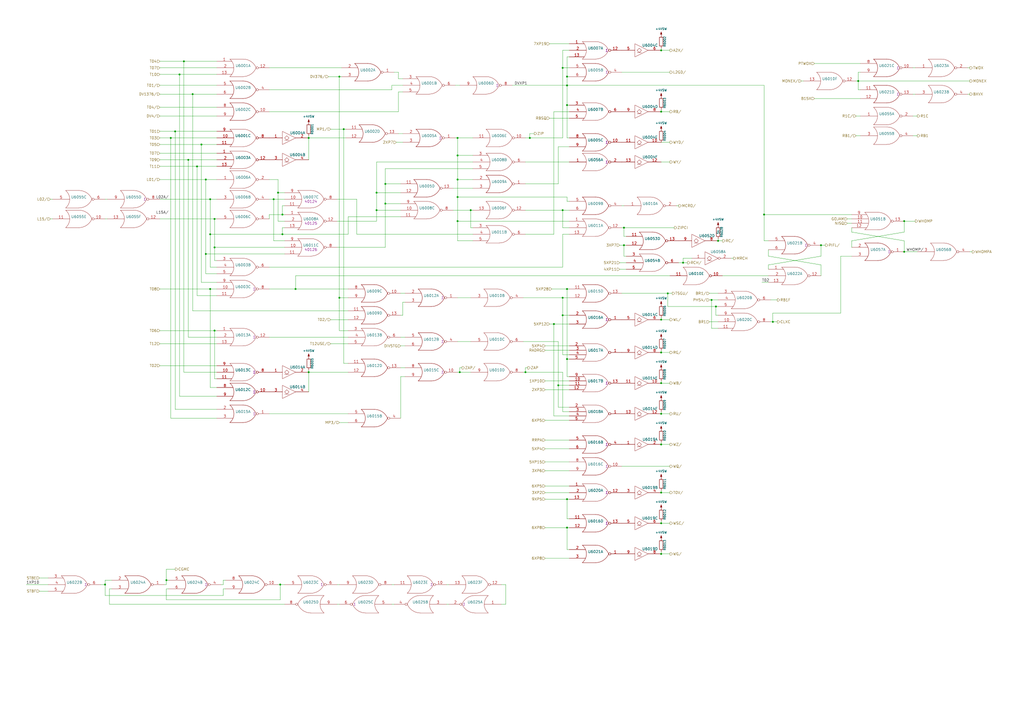
<source format=kicad_sch>
(kicad_sch (version 20211123) (generator eeschema)
  (paper "A2")
  (junction (at 196.85 44.45))
  (junction (at 265.43 90.17))
  (junction (at 396.24 152.4))
  (junction (at 158.75 115.57))
  (junction (at 412.75 173.99))
  (junction (at 101.6 76.2))
  (junction (at 119.38 147.32))
  (junction (at 328.93 208.28))
  (junction (at 218.44 121.92))
  (junction (at 60.96 339.09))
  (junction (at 321.31 187.96))
  (junction (at 163.83 124.46))
  (junction (at 383.54 321.31))
  (junction (at 383.54 303.53))
  (junction (at 106.68 35.56))
  (junction (at 218.44 111.76))
  (junction (at 326.39 172.72))
  (junction (at 265.43 128.27))
  (junction (at 328.93 306.07))
  (junction (at 383.54 285.75))
  (junction (at 179.07 215.9))
  (junction (at 416.56 139.7))
  (junction (at 443.23 124.46))
  (junction (at 415.29 177.8))
  (junction (at 383.54 240.03))
  (junction (at 163.83 135.89))
  (junction (at 323.85 223.52))
  (junction (at 383.54 204.47))
  (junction (at 328.93 44.45))
  (junction (at 361.95 142.24))
  (junction (at 104.14 43.18))
  (junction (at 476.25 142.24))
  (junction (at 265.43 104.14))
  (junction (at 121.92 167.64))
  (junction (at 328.93 49.53))
  (junction (at 99.06 80.01))
  (junction (at 161.29 111.76))
  (junction (at 326.39 121.92))
  (junction (at 96.52 336.55))
  (junction (at 273.05 121.92))
  (junction (at 383.54 222.25))
  (junction (at 383.54 29.21))
  (junction (at 196.85 172.72))
  (junction (at 124.46 127))
  (junction (at 448.31 186.69))
  (junction (at 497.84 46.99))
  (junction (at 111.76 54.61))
  (junction (at 114.3 96.52))
  (junction (at 307.34 80.01))
  (junction (at 223.52 106.68))
  (junction (at 199.39 74.93))
  (junction (at 328.93 60.96))
  (junction (at 304.8 215.9))
  (junction (at 109.22 92.71))
  (junction (at 119.38 104.14))
  (junction (at 124.46 143.51))
  (junction (at 524.51 128.27))
  (junction (at 361.95 132.08))
  (junction (at 383.54 185.42))
  (junction (at 387.35 170.18))
  (junction (at 383.54 257.81))
  (junction (at 121.92 135.89))
  (junction (at 328.93 289.56))
  (junction (at 524.51 146.05))
  (junction (at 124.46 191.77))
  (junction (at 265.43 80.01))
  (junction (at 179.07 80.01))
  (junction (at 116.84 83.82))
  (junction (at 383.54 64.77))
  (junction (at 326.39 39.37))
  (junction (at 162.56 339.09))
  (junction (at 121.92 115.57))
  (junction (at 171.45 167.64))
  (junction (at 326.39 182.88))
  (junction (at 328.93 167.64))
  (junction (at 266.7 215.9))
  (junction (at 265.43 114.3))
  (junction (at 223.52 118.11))
  (wire (pts (xy 383.54 302.26) (xy 383.54 303.53)))
  (wire (pts (xy 361.95 142.24) (xy 361.95 148.59)))
  (wire (pts (xy 232.41 195.58) (xy 234.95 195.58)))
  (wire (pts (xy 201.93 185.42) (xy 191.77 185.42)))
  (wire (pts (xy 114.3 171.45) (xy 125.73 171.45)))
  (wire (pts (xy 328.93 80.01) (xy 330.2 80.01)))
  (wire (pts (xy 273.05 132.08) (xy 274.32 132.08)))
  (wire (pts (xy 99.06 80.01) (xy 125.73 80.01)))
  (wire (pts (xy 487.68 181.61) (xy 487.68 148.59)))
  (wire (pts (xy 156.21 154.94) (xy 326.39 154.94)))
  (wire (pts (xy 326.39 238.76) (xy 330.2 238.76)))
  (wire (pts (xy 171.45 167.64) (xy 201.93 167.64)))
  (wire (pts (xy 196.85 44.45) (xy 198.12 44.45)))
  (wire (pts (xy 383.54 257.81) (xy 388.62 257.81)))
  (wire (pts (xy 218.44 121.92) (xy 232.41 121.92)))
  (wire (pts (xy 494.03 124.46) (xy 443.23 124.46)))
  (wire (pts (xy 326.39 205.74) (xy 330.2 205.74)))
  (wire (pts (xy 227.33 49.53) (xy 233.68 49.53)))
  (wire (pts (xy 330.2 203.2) (xy 316.23 203.2)))
  (wire (pts (xy 326.39 39.37) (xy 330.2 39.37)))
  (wire (pts (xy 328.93 318.77) (xy 328.93 306.07)))
  (wire (pts (xy 361.95 119.38) (xy 360.68 119.38)))
  (wire (pts (xy 234.95 200.66) (xy 232.41 200.66)))
  (wire (pts (xy 223.52 97.79) (xy 274.32 97.79)))
  (wire (pts (xy 321.31 187.96) (xy 321.31 241.3)))
  (wire (pts (xy 266.7 215.9) (xy 273.05 215.9)))
  (wire (pts (xy 330.2 318.77) (xy 328.93 318.77)))
  (wire (pts (xy 524.51 146.05) (xy 532.13 146.05)))
  (wire (pts (xy 524.51 139.7) (xy 494.03 134.62)))
  (wire (pts (xy 328.93 218.44) (xy 330.2 218.44)))
  (wire (pts (xy 119.38 158.75) (xy 125.73 158.75)))
  (wire (pts (xy 497.84 41.91) (xy 499.11 41.91)))
  (wire (pts (xy 383.54 220.98) (xy 383.54 222.25)))
  (wire (pts (xy 387.35 177.8) (xy 415.29 177.8)))
  (wire (pts (xy 264.16 49.53) (xy 266.7 49.53)))
  (wire (pts (xy 262.89 121.92) (xy 273.05 121.92)))
  (wire (pts (xy 383.54 204.47) (xy 388.62 204.47)))
  (wire (pts (xy 119.38 147.32) (xy 119.38 158.75)))
  (wire (pts (xy 361.95 148.59) (xy 363.22 148.59)))
  (wire (pts (xy 448.31 181.61) (xy 487.68 181.61)))
  (wire (pts (xy 156.21 64.77) (xy 231.14 64.77)))
  (wire (pts (xy 223.52 97.79) (xy 223.52 106.68)))
  (wire (pts (xy 328.93 116.84) (xy 330.2 116.84)))
  (wire (pts (xy 179.07 80.01) (xy 200.66 80.01)))
  (wire (pts (xy 328.93 167.64) (xy 330.2 167.64)))
  (wire (pts (xy 445.77 163.83) (xy 441.96 163.83)))
  (wire (pts (xy 323.85 85.09) (xy 330.2 85.09)))
  (wire (pts (xy 60.96 336.55) (xy 64.77 336.55)))
  (wire (pts (xy 416.56 138.43) (xy 416.56 139.7)))
  (wire (pts (xy 163.83 132.08) (xy 163.83 135.89)))
  (wire (pts (xy 196.85 172.72) (xy 201.93 172.72)))
  (wire (pts (xy 323.85 106.68) (xy 323.85 85.09)))
  (wire (pts (xy 266.7 213.36) (xy 267.97 213.36)))
  (wire (pts (xy 497.84 41.91) (xy 497.84 46.99)))
  (wire (pts (xy 411.48 170.18) (xy 416.56 170.18)))
  (wire (pts (xy 218.44 128.27) (xy 195.58 128.27)))
  (wire (pts (xy 383.54 240.03) (xy 388.62 240.03)))
  (wire (pts (xy 196.85 172.72) (xy 196.85 191.77)))
  (wire (pts (xy 265.43 104.14) (xy 274.32 104.14)))
  (wire (pts (xy 201.93 240.03) (xy 156.21 240.03)))
  (wire (pts (xy 196.85 191.77) (xy 201.93 191.77)))
  (wire (pts (xy 363.22 137.16) (xy 361.95 137.16)))
  (wire (pts (xy 330.2 68.58) (xy 318.77 68.58)))
  (wire (pts (xy 383.54 321.31) (xy 388.62 321.31)))
  (wire (pts (xy 218.44 111.76) (xy 218.44 121.92)))
  (wire (pts (xy 415.29 182.88) (xy 416.56 182.88)))
  (wire (pts (xy 326.39 182.88) (xy 326.39 205.74)))
  (wire (pts (xy 58.42 339.09) (xy 60.96 339.09)))
  (wire (pts (xy 111.76 54.61) (xy 125.73 54.61)))
  (wire (pts (xy 207.01 135.89) (xy 274.32 135.89)))
  (wire (pts (xy 195.58 350.52) (xy 196.85 350.52)))
  (wire (pts (xy 476.25 142.24) (xy 478.79 142.24)))
  (wire (pts (xy 326.39 135.89) (xy 330.2 135.89)))
  (wire (pts (xy 445.77 153.67) (xy 445.77 156.21)))
  (wire (pts (xy 231.14 77.47) (xy 233.68 77.47)))
  (wire (pts (xy 163.83 124.46) (xy 165.1 124.46)))
  (wire (pts (xy 27.94 342.9) (xy 22.86 342.9)))
  (wire (pts (xy 29.21 115.57) (xy 30.48 115.57)))
  (wire (pts (xy 383.54 27.94) (xy 383.54 29.21)))
  (wire (pts (xy 201.93 245.11) (xy 196.85 245.11)))
  (wire (pts (xy 163.83 124.46) (xy 163.83 119.38)))
  (wire (pts (xy 330.2 200.66) (xy 316.23 200.66)))
  (wire (pts (xy 92.71 127) (xy 124.46 127)))
  (wire (pts (xy 228.6 41.91) (xy 231.14 41.91)))
  (wire (pts (xy 125.73 199.39) (xy 92.71 199.39)))
  (wire (pts (xy 529.59 67.31) (xy 532.13 67.31)))
  (wire (pts (xy 443.23 139.7) (xy 445.77 139.7)))
  (wire (pts (xy 223.52 118.11) (xy 223.52 143.51)))
  (wire (pts (xy 361.95 132.08) (xy 391.16 132.08)))
  (wire (pts (xy 383.54 285.75) (xy 388.62 285.75)))
  (wire (pts (xy 476.25 153.67) (xy 445.77 148.59)))
  (wire (pts (xy 321.31 135.89) (xy 321.31 64.77)))
  (wire (pts (xy 92.71 167.64) (xy 121.92 167.64)))
  (wire (pts (xy 60.96 115.57) (xy 62.23 115.57)))
  (wire (pts (xy 326.39 182.88) (xy 330.2 182.88)))
  (wire (pts (xy 165.1 350.52) (xy 63.5 350.52)))
  (wire (pts (xy 293.37 339.09) (xy 293.37 350.52)))
  (wire (pts (xy 165.1 143.51) (xy 124.46 143.51)))
  (wire (pts (xy 323.85 223.52) (xy 323.85 236.22)))
  (wire (pts (xy 330.2 300.99) (xy 328.93 300.99)))
  (wire (pts (xy 487.68 148.59) (xy 494.03 148.59)))
  (wire (pts (xy 156.21 39.37) (xy 198.12 39.37)))
  (wire (pts (xy 412.75 173.99) (xy 416.56 173.99)))
  (wire (pts (xy 265.43 80.01) (xy 274.32 80.01)))
  (wire (pts (xy 387.35 170.18) (xy 387.35 177.8)))
  (wire (pts (xy 191.77 74.93) (xy 199.39 74.93)))
  (wire (pts (xy 401.32 149.86) (xy 396.24 149.86)))
  (wire (pts (xy 156.21 167.64) (xy 171.45 167.64)))
  (wire (pts (xy 360.68 132.08) (xy 361.95 132.08)))
  (wire (pts (xy 179.07 215.9) (xy 179.07 227.33)))
  (wire (pts (xy 447.04 173.99) (xy 450.85 173.99)))
  (wire (pts (xy 273.05 121.92) (xy 273.05 132.08)))
  (wire (pts (xy 231.14 45.72) (xy 233.68 45.72)))
  (wire (pts (xy 92.71 92.71) (xy 109.22 92.71)))
  (wire (pts (xy 128.27 339.09) (xy 129.54 339.09)))
  (wire (pts (xy 259.08 339.09) (xy 260.35 339.09)))
  (wire (pts (xy 60.96 345.44) (xy 129.54 345.44)))
  (wire (pts (xy 265.43 128.27) (xy 265.43 139.7)))
  (wire (pts (xy 96.52 339.09) (xy 95.25 339.09)))
  (wire (pts (xy 496.57 46.99) (xy 497.84 46.99)))
  (wire (pts (xy 297.18 49.53) (xy 328.93 49.53)))
  (wire (pts (xy 326.39 39.37) (xy 326.39 80.01)))
  (wire (pts (xy 106.68 35.56) (xy 106.68 215.9)))
  (wire (pts (xy 321.31 64.77) (xy 330.2 64.77)))
  (wire (pts (xy 330.2 220.98) (xy 316.23 220.98)))
  (wire (pts (xy 231.14 41.91) (xy 231.14 45.72)))
  (wire (pts (xy 318.77 187.96) (xy 321.31 187.96)))
  (wire (pts (xy 328.93 289.56) (xy 330.2 289.56)))
  (wire (pts (xy 104.14 43.18) (xy 125.73 43.18)))
  (wire (pts (xy 328.93 60.96) (xy 328.93 80.01)))
  (wire (pts (xy 121.92 224.79) (xy 125.73 224.79)))
  (wire (pts (xy 259.08 350.52) (xy 260.35 350.52)))
  (wire (pts (xy 304.8 213.36) (xy 306.07 213.36)))
  (wire (pts (xy 165.1 147.32) (xy 119.38 147.32)))
  (wire (pts (xy 326.39 172.72) (xy 326.39 182.88)))
  (wire (pts (xy 161.29 111.76) (xy 165.1 111.76)))
  (wire (pts (xy 524.51 128.27) (xy 524.51 134.62)))
  (wire (pts (xy 447.04 186.69) (xy 448.31 186.69)))
  (wire (pts (xy 303.53 215.9) (xy 304.8 215.9)))
  (wire (pts (xy 383.54 29.21) (xy 388.62 29.21)))
  (wire (pts (xy 383.54 64.77) (xy 388.62 64.77)))
  (wire (pts (xy 425.45 149.86) (xy 424.18 149.86)))
  (wire (pts (xy 265.43 114.3) (xy 265.43 128.27)))
  (wire (pts (xy 163.83 132.08) (xy 165.1 132.08)))
  (wire (pts (xy 114.3 96.52) (xy 114.3 171.45)))
  (wire (pts (xy 497.84 46.99) (xy 497.84 52.07)))
  (wire (pts (xy 129.54 341.63) (xy 130.81 341.63)))
  (wire (pts (xy 265.43 90.17) (xy 265.43 104.14)))
  (wire (pts (xy 27.94 335.28) (xy 22.86 335.28)))
  (wire (pts (xy 223.52 106.68) (xy 223.52 118.11)))
  (wire (pts (xy 330.2 25.4) (xy 318.77 25.4)))
  (wire (pts (xy 274.32 90.17) (xy 265.43 90.17)))
  (wire (pts (xy 227.33 52.07) (xy 227.33 49.53)))
  (wire (pts (xy 124.46 191.77) (xy 125.73 191.77)))
  (wire (pts (xy 171.45 167.64) (xy 171.45 160.02)))
  (wire (pts (xy 161.29 104.14) (xy 161.29 111.76)))
  (wire (pts (xy 529.59 54.61) (xy 530.86 54.61)))
  (wire (pts (xy 111.76 54.61) (xy 111.76 180.34)))
  (wire (pts (xy 218.44 121.92) (xy 218.44 128.27)))
  (wire (pts (xy 448.31 186.69) (xy 448.31 181.61)))
  (wire (pts (xy 326.39 121.92) (xy 326.39 132.08)))
  (wire (pts (xy 129.54 345.44) (xy 129.54 341.63)))
  (wire (pts (xy 466.09 46.99) (xy 464.82 46.99)))
  (wire (pts (xy 326.39 132.08) (xy 330.2 132.08)))
  (wire (pts (xy 359.41 156.21) (xy 363.22 156.21)))
  (wire (pts (xy 119.38 104.14) (xy 119.38 147.32)))
  (wire (pts (xy 124.46 219.71) (xy 125.73 219.71)))
  (wire (pts (xy 396.24 149.86) (xy 396.24 152.4)))
  (wire (pts (xy 218.44 93.98) (xy 274.32 93.98)))
  (wire (pts (xy 101.6 237.49) (xy 125.73 237.49)))
  (wire (pts (xy 116.84 83.82) (xy 116.84 163.83)))
  (wire (pts (xy 561.34 39.37) (xy 562.61 39.37)))
  (wire (pts (xy 328.93 208.28) (xy 330.2 208.28)))
  (wire (pts (xy 326.39 29.21) (xy 326.39 39.37)))
  (wire (pts (xy 265.43 215.9) (xy 266.7 215.9)))
  (wire (pts (xy 328.93 49.53) (xy 443.23 49.53)))
  (wire (pts (xy 330.2 285.75) (xy 316.23 285.75)))
  (wire (pts (xy 326.39 172.72) (xy 330.2 172.72)))
  (wire (pts (xy 383.54 284.48) (xy 383.54 285.75)))
  (wire (pts (xy 124.46 127) (xy 124.46 143.51)))
  (wire (pts (xy 330.2 255.27) (xy 316.23 255.27)))
  (wire (pts (xy 304.8 135.89) (xy 321.31 135.89)))
  (wire (pts (xy 359.41 142.24) (xy 361.95 142.24)))
  (wire (pts (xy 330.2 226.06) (xy 316.23 226.06)))
  (wire (pts (xy 273.05 198.12) (xy 265.43 198.12)))
  (wire (pts (xy 121.92 115.57) (xy 125.73 115.57)))
  (wire (pts (xy 383.54 303.53) (xy 388.62 303.53)))
  (wire (pts (xy 101.6 76.2) (xy 125.73 76.2)))
  (wire (pts (xy 129.54 339.09) (xy 129.54 336.55)))
  (wire (pts (xy 199.39 210.82) (xy 201.93 210.82)))
  (wire (pts (xy 190.5 44.45) (xy 196.85 44.45)))
  (wire (pts (xy 121.92 135.89) (xy 163.83 135.89)))
  (wire (pts (xy 383.54 185.42) (xy 388.62 185.42)))
  (wire (pts (xy 195.58 115.57) (xy 207.01 115.57)))
  (wire (pts (xy 229.87 82.55) (xy 233.68 82.55)))
  (wire (pts (xy 393.7 152.4) (xy 396.24 152.4)))
  (wire (pts (xy 304.8 121.92) (xy 326.39 121.92)))
  (wire (pts (xy 223.52 118.11) (xy 232.41 118.11)))
  (wire (pts (xy 92.71 76.2) (xy 101.6 76.2)))
  (wire (pts (xy 92.71 49.53) (xy 125.73 49.53)))
  (wire (pts (xy 383.54 203.2) (xy 383.54 204.47)))
  (wire (pts (xy 92.71 104.14) (xy 119.38 104.14)))
  (wire (pts (xy 92.71 191.77) (xy 124.46 191.77)))
  (wire (pts (xy 383.54 63.5) (xy 383.54 64.77)))
  (wire (pts (xy 265.43 128.27) (xy 330.2 128.27)))
  (wire (pts (xy 231.14 64.77) (xy 231.14 53.34)))
  (wire (pts (xy 330.2 267.97) (xy 316.23 267.97)))
  (wire (pts (xy 161.29 339.09) (xy 162.56 339.09)))
  (wire (pts (xy 104.14 43.18) (xy 104.14 229.87)))
  (wire (pts (xy 264.16 80.01) (xy 265.43 80.01)))
  (wire (pts (xy 561.34 54.61) (xy 562.61 54.61)))
  (wire (pts (xy 92.71 96.52) (xy 114.3 96.52)))
  (wire (pts (xy 448.31 186.69) (xy 450.85 186.69)))
  (wire (pts (xy 328.93 44.45) (xy 330.2 44.45)))
  (wire (pts (xy 530.86 39.37) (xy 529.59 39.37)))
  (wire (pts (xy 328.93 167.64) (xy 328.93 208.28)))
  (wire (pts (xy 412.75 190.5) (xy 416.56 190.5)))
  (wire (pts (xy 524.51 146.05) (xy 524.51 139.7)))
  (wire (pts (xy 92.71 80.01) (xy 99.06 80.01)))
  (wire (pts (xy 265.43 114.3) (xy 328.93 114.3)))
  (wire (pts (xy 109.22 92.71) (xy 109.22 195.58)))
  (wire (pts (xy 303.53 198.12) (xy 323.85 198.12)))
  (wire (pts (xy 360.68 170.18) (xy 387.35 170.18)))
  (wire (pts (xy 96.52 336.55) (xy 97.79 336.55)))
  (wire (pts (xy 199.39 74.93) (xy 200.66 74.93)))
  (wire (pts (xy 326.39 29.21) (xy 330.2 29.21)))
  (wire (pts (xy 494.03 134.62) (xy 494.03 132.08)))
  (wire (pts (xy 96.52 347.98) (xy 162.56 347.98)))
  (wire (pts (xy 106.68 215.9) (xy 125.73 215.9)))
  (wire (pts (xy 124.46 191.77) (xy 124.46 219.71)))
  (wire (pts (xy 524.51 128.27) (xy 530.86 128.27)))
  (wire (pts (xy 92.71 43.18) (xy 104.14 43.18)))
  (wire (pts (xy 232.41 218.44) (xy 234.95 218.44)))
  (wire (pts (xy 320.04 167.64) (xy 328.93 167.64)))
  (wire (pts (xy 323.85 223.52) (xy 330.2 223.52)))
  (wire (pts (xy 104.14 229.87) (xy 125.73 229.87)))
  (wire (pts (xy 223.52 143.51) (xy 195.58 143.51)))
  (wire (pts (xy 96.52 330.2) (xy 101.6 330.2)))
  (wire (pts (xy 114.3 96.52) (xy 125.73 96.52)))
  (wire (pts (xy 328.93 300.99) (xy 328.93 289.56)))
  (wire (pts (xy 92.71 62.23) (xy 125.73 62.23)))
  (wire (pts (xy 125.73 212.09) (xy 92.71 212.09)))
  (wire (pts (xy 179.07 214.63) (xy 179.07 215.9)))
  (wire (pts (xy 92.71 83.82) (xy 116.84 83.82)))
  (wire (pts (xy 411.48 173.99) (xy 412.75 173.99)))
  (wire (pts (xy 316.23 306.07) (xy 328.93 306.07)))
  (wire (pts (xy 124.46 127) (xy 125.73 127)))
  (wire (pts (xy 303.53 172.72) (xy 326.39 172.72)))
  (wire (pts (xy 443.23 49.53) (xy 443.23 124.46)))
  (wire (pts (xy 265.43 104.14) (xy 265.43 114.3)))
  (wire (pts (xy 158.75 115.57) (xy 165.1 115.57)))
  (wire (pts (xy 321.31 241.3) (xy 330.2 241.3)))
  (wire (pts (xy 383.54 256.54) (xy 383.54 257.81)))
  (wire (pts (xy 412.75 173.99) (xy 412.75 190.5)))
  (wire (pts (xy 92.71 67.31) (xy 125.73 67.31)))
  (wire (pts (xy 156.21 115.57) (xy 158.75 115.57)))
  (wire (pts (xy 121.92 167.64) (xy 121.92 224.79)))
  (wire (pts (xy 499.11 36.83) (xy 472.44 36.83)))
  (wire (pts (xy 383.54 82.55) (xy 388.62 82.55)))
  (wire (pts (xy 92.71 35.56) (xy 106.68 35.56)))
  (wire (pts (xy 196.85 44.45) (xy 196.85 172.72)))
  (wire (pts (xy 304.8 215.9) (xy 304.8 213.36)))
  (wire (pts (xy 476.25 142.24) (xy 476.25 148.59)))
  (wire (pts (xy 330.2 281.94) (xy 316.23 281.94)))
  (wire (pts (xy 304.8 106.68) (xy 323.85 106.68)))
  (wire (pts (xy 227.33 339.09) (xy 228.6 339.09)))
  (wire (pts (xy 307.34 77.47) (xy 309.88 77.47)))
  (wire (pts (xy 121.92 115.57) (xy 121.92 135.89)))
  (wire (pts (xy 497.84 52.07) (xy 499.11 52.07)))
  (wire (pts (xy 27.94 339.09) (xy 15.24 339.09)))
  (wire (pts (xy 163.83 135.89) (xy 201.93 135.89)))
  (wire (pts (xy 161.29 111.76) (xy 161.29 128.27)))
  (wire (pts (xy 121.92 167.64) (xy 125.73 167.64)))
  (wire (pts (xy 233.68 175.26) (xy 234.95 175.26)))
  (wire (pts (xy 326.39 80.01) (xy 307.34 80.01)))
  (wire (pts (xy 326.39 154.94) (xy 326.39 135.89)))
  (wire (pts (xy 207.01 115.57) (xy 207.01 135.89)))
  (wire (pts (xy 494.03 139.7) (xy 494.03 143.51)))
  (wire (pts (xy 232.41 242.57) (xy 232.41 218.44)))
  (wire (pts (xy 179.07 78.74) (xy 179.07 80.01)))
  (wire (pts (xy 262.89 109.22) (xy 274.32 109.22)))
  (wire (pts (xy 232.41 182.88) (xy 233.68 182.88)))
  (wire (pts (xy 63.5 350.52) (xy 63.5 341.63)))
  (wire (pts (xy 233.68 182.88) (xy 233.68 175.26)))
  (wire (pts (xy 273.05 172.72) (xy 265.43 172.72)))
  (wire (pts (xy 383.54 238.76) (xy 383.54 240.03)))
  (wire (pts (xy 293.37 350.52) (xy 290.83 350.52)))
  (wire (pts (xy 92.71 54.61) (xy 111.76 54.61)))
  (wire (pts (xy 387.35 170.18) (xy 389.89 170.18)))
  (wire (pts (xy 101.6 76.2) (xy 101.6 237.49)))
  (wire (pts (xy 158.75 115.57) (xy 158.75 139.7)))
  (wire (pts (xy 158.75 139.7) (xy 165.1 139.7)))
  (wire (pts (xy 326.39 121.92) (xy 330.2 121.92)))
  (wire (pts (xy 227.33 350.52) (xy 228.6 350.52)))
  (wire (pts (xy 388.62 41.91) (xy 360.68 41.91)))
  (wire (pts (xy 290.83 339.09) (xy 293.37 339.09)))
  (wire (pts (xy 328.93 306.07) (xy 330.2 306.07)))
  (wire (pts (xy 232.41 170.18) (xy 234.95 170.18)))
  (wire (pts (xy 171.45 160.02) (xy 388.62 160.02)))
  (wire (pts (xy 29.21 127) (xy 30.48 127)))
  (wire (pts (xy 476.25 148.59) (xy 445.77 153.67)))
  (wire (pts (xy 328.93 44.45) (xy 328.93 49.53)))
  (wire (pts (xy 201.93 125.73) (xy 232.41 125.73)))
  (wire (pts (xy 328.93 49.53) (xy 328.93 60.96)))
  (wire (pts (xy 330.2 260.35) (xy 316.23 260.35)))
  (wire (pts (xy 234.95 213.36) (xy 232.41 213.36)))
  (wire (pts (xy 96.52 336.55) (xy 96.52 339.09)))
  (wire (pts (xy 223.52 106.68) (xy 232.41 106.68)))
  (wire (pts (xy 60.96 336.55) (xy 60.96 339.09)))
  (wire (pts (xy 307.34 80.01) (xy 304.8 80.01)))
  (wire (pts (xy 156.21 52.07) (xy 227.33 52.07)))
  (wire (pts (xy 326.39 215.9) (xy 326.39 238.76)))
  (wire (pts (xy 304.8 93.98) (xy 330.2 93.98)))
  (wire (pts (xy 156.21 127) (xy 156.21 124.46)))
  (wire (pts (xy 476.25 160.02) (xy 476.25 153.67)))
  (wire (pts (xy 162.56 339.09) (xy 165.1 339.09)))
  (wire (pts (xy 266.7 215.9) (xy 266.7 213.36)))
  (wire (pts (xy 116.84 163.83) (xy 125.73 163.83)))
  (wire (pts (xy 330.2 273.05) (xy 316.23 273.05)))
  (wire (pts (xy 92.71 115.57) (xy 121.92 115.57)))
  (wire (pts (xy 323.85 198.12) (xy 323.85 223.52)))
  (wire (pts (xy 106.68 35.56) (xy 125.73 35.56)))
  (wire (pts (xy 562.61 146.05) (xy 563.88 146.05)))
  (wire (pts (xy 97.79 341.63) (xy 96.52 341.63)))
  (wire (pts (xy 491.49 127) (xy 494.03 127)))
  (wire (pts (xy 265.43 139.7) (xy 274.32 139.7)))
  (wire (pts (xy 218.44 93.98) (xy 218.44 111.76)))
  (wire (pts (xy 532.13 78.74) (xy 529.59 78.74)))
  (wire (pts (xy 60.96 127) (xy 62.23 127)))
  (wire (pts (xy 361.95 142.24) (xy 363.22 142.24)))
  (wire (pts (xy 330.2 243.84) (xy 316.23 243.84)))
  (wire (pts (xy 121.92 154.94) (xy 125.73 154.94)))
  (wire (pts (xy 396.24 152.4) (xy 398.78 152.4)))
  (wire (pts (xy 201.93 199.39) (xy 191.77 199.39)))
  (wire (pts (xy 415.29 177.8) (xy 416.56 177.8)))
  (wire (pts (xy 109.22 92.71) (xy 125.73 92.71)))
  (wire (pts (xy 179.07 215.9) (xy 201.93 215.9)))
  (wire (pts (xy 499.11 78.74) (xy 496.57 78.74)))
  (wire (pts (xy 111.76 180.34) (xy 201.93 180.34)))
  (wire (pts (xy 328.93 208.28) (xy 328.93 218.44)))
  (wire (pts (xy 199.39 74.93) (xy 199.39 210.82)))
  (wire (pts (xy 63.5 341.63) (xy 64.77 341.63)))
  (wire (pts (xy 443.23 124.46) (xy 443.23 139.7)))
  (wire (pts (xy 330.2 323.85) (xy 316.23 323.85)))
  (wire (pts (xy 163.83 119.38) (xy 165.1 119.38)))
  (wire (pts (xy 265.43 80.01) (xy 265.43 90.17)))
  (wire (pts (xy 304.8 215.9) (xy 326.39 215.9)))
  (wire (pts (xy 524.51 134.62) (xy 494.03 139.7)))
  (wire (pts (xy 499.11 57.15) (xy 472.44 57.15)))
  (wire (pts (xy 124.46 143.51) (xy 124.46 151.13)))
  (wire (pts (xy 383.54 93.98) (xy 388.62 93.98)))
  (wire (pts (xy 361.95 137.16) (xy 361.95 132.08)))
  (wire (pts (xy 307.34 80.01) (xy 307.34 77.47)))
  (wire (pts (xy 416.56 139.7) (xy 419.1 139.7)))
  (wire (pts (xy 328.93 114.3) (xy 328.93 116.84)))
  (wire (pts (xy 383.54 184.15) (xy 383.54 185.42)))
  (wire (pts (xy 201.93 135.89) (xy 201.93 125.73)))
  (wire (pts (xy 121.92 135.89) (xy 121.92 154.94)))
  (wire (pts (xy 445.77 148.59) (xy 445.77 144.78)))
  (wire (pts (xy 99.06 80.01) (xy 99.06 242.57)))
  (wire (pts (xy 129.54 336.55) (xy 130.81 336.55)))
  (wire (pts (xy 156.21 195.58) (xy 201.93 195.58)))
  (wire (pts (xy 218.44 111.76) (xy 232.41 111.76)))
  (wire (pts (xy 321.31 187.96) (xy 330.2 187.96)))
  (wire (pts (xy 125.73 39.37) (xy 92.71 39.37)))
  (wire (pts (xy 116.84 83.82) (xy 125.73 83.82)))
  (wire (pts (xy 96.52 341.63) (xy 96.52 347.98)))
  (wire (pts (xy 392.43 119.38) (xy 393.7 119.38)))
  (wire (pts (xy 92.71 88.9) (xy 125.73 88.9)))
  (wire (pts (xy 109.22 195.58) (xy 125.73 195.58)))
  (wire (pts (xy 383.54 320.04) (xy 383.54 321.31)))
  (wire (pts (xy 162.56 347.98) (xy 162.56 339.09)))
  (wire (pts (xy 360.68 270.51) (xy 388.62 270.51)))
  (wire (pts (xy 273.05 121.92) (xy 274.32 121.92)))
  (wire (pts (xy 156.21 124.46) (xy 163.83 124.46)))
  (wire (pts (xy 415.29 177.8) (xy 415.29 182.88)))
  (wire (pts (xy 99.06 242.57) (xy 125.73 242.57)))
  (wire (pts (xy 156.21 104.14) (xy 161.29 104.14)))
  (wire (pts (xy 179.07 80.01) (xy 179.07 92.71)))
  (wire (pts (xy 419.1 160.02) (xy 445.77 160.02)))
  (wire (pts (xy 499.11 67.31) (xy 496.57 67.31)))
  (wire (pts (xy 60.96 339.09) (xy 60.96 345.44)))
  (wire (pts (xy 231.14 53.34) (xy 233.68 53.34)))
  (wire (pts (xy 328.93 60.96) (xy 330.2 60.96)))
  (wire (pts (xy 497.84 46.99) (xy 562.61 46.99)))
  (wire (pts (xy 323.85 236.22) (xy 330.2 236.22)))
  (wire (pts (xy 383.54 222.25) (xy 388.62 222.25)))
  (wire (pts (xy 416.56 186.69) (xy 411.48 186.69)))
  (wire (pts (xy 195.58 339.09) (xy 196.85 339.09)))
  (wire (pts (xy 316.23 289.56) (xy 328.93 289.56)))
  (wire (pts (xy 491.49 129.54) (xy 494.03 129.54)))
  (wire (pts (xy 124.46 151.13) (xy 125.73 151.13)))
  (wire (pts (xy 96.52 330.2) (xy 96.52 336.55)))
  (wire (pts (xy 359.41 152.4) (xy 363.22 152.4)))
  (wire (pts (xy 328.93 33.02) (xy 330.2 33.02)))
  (wire (pts (xy 161.29 128.27) (xy 165.1 128.27)))
  (wire (pts (xy 119.38 104.14) (xy 125.73 104.14)))
  (wire (pts (xy 328.93 33.02) (xy 328.93 44.45)))
  (label "1XP10" (at 15.24 339.09 0) (effects (font (size 1.524 1.524))))
  (label "L02A/" (at 97.79 115.57 180) (effects (font (size 1.524 1.524))))
  (label "WHOMP/" (at 525.78 146.05 0) (effects (font (size 1.524 1.524))))
  (label "T02" (at 441.96 163.83 0) (effects (font (size 1.524 1.524))))
  (label "DVXP1" (at 298.45 49.53 0) (effects (font (size 1.524 1.524))))
  (label "L15A/" (at 97.79 124.46 180) (effects (font (size 1.524 1.524))))
  (hierarchical_label "BR1" (shape input) (at 411.48 186.69 180) (effects (font (size 1.524 1.524))))
  (hierarchical_label "MP3/" (shape input) (at 196.85 245.11 180) (effects (font (size 1.524 1.524))))
  (hierarchical_label "T07" (shape input) (at 92.71 88.9 180) (effects (font (size 1.524 1.524))))
  (hierarchical_label "9XP5" (shape input) (at 316.23 289.56 180) (effects (font (size 1.524 1.524))))
  (hierarchical_label "B15X" (shape input) (at 472.44 57.15 180) (effects (font (size 1.524 1.524))))
  (hierarchical_label "RADRG" (shape input) (at 316.23 203.2 180) (effects (font (size 1.524 1.524))))
  (hierarchical_label "WHOMPA" (shape output) (at 563.88 146.05 0) (effects (font (size 1.524 1.524))))
  (hierarchical_label "BXVX" (shape output) (at 562.61 54.61 0) (effects (font (size 1.524 1.524))))
  (hierarchical_label "L02/" (shape input) (at 29.21 115.57 180) (effects (font (size 1.524 1.524))))
  (hierarchical_label "R1C" (shape output) (at 532.13 67.31 0) (effects (font (size 1.524 1.524))))
  (hierarchical_label "RG/" (shape output) (at 388.62 204.47 0) (effects (font (size 1.524 1.524))))
  (hierarchical_label "6XP8" (shape input) (at 316.23 306.07 180) (effects (font (size 1.524 1.524))))
  (hierarchical_label "RRPA" (shape input) (at 316.23 255.27 180) (effects (font (size 1.524 1.524))))
  (hierarchical_label "STBF" (shape input) (at 22.86 342.9 180) (effects (font (size 1.524 1.524))))
  (hierarchical_label "A2X/" (shape output) (at 388.62 29.21 0) (effects (font (size 1.524 1.524))))
  (hierarchical_label "ZIPCI" (shape output) (at 391.16 132.08 0) (effects (font (size 1.524 1.524))))
  (hierarchical_label "WYD/" (shape output) (at 388.62 82.55 0) (effects (font (size 1.524 1.524))))
  (hierarchical_label "6XP8" (shape input) (at 316.23 323.85 180) (effects (font (size 1.524 1.524))))
  (hierarchical_label "DV1376/" (shape input) (at 92.71 54.61 180) (effects (font (size 1.524 1.524))))
  (hierarchical_label "T11" (shape input) (at 92.71 96.52 180) (effects (font (size 1.524 1.524))))
  (hierarchical_label "T04" (shape input) (at 92.71 35.56 180) (effects (font (size 1.524 1.524))))
  (hierarchical_label "3XP6" (shape input) (at 316.23 273.05 180) (effects (font (size 1.524 1.524))))
  (hierarchical_label "5XP21" (shape input) (at 359.41 152.4 180) (effects (font (size 1.524 1.524))))
  (hierarchical_label "DV376/" (shape input) (at 190.5 44.45 180) (effects (font (size 1.524 1.524))))
  (hierarchical_label "PTWOX" (shape input) (at 472.44 36.83 180) (effects (font (size 1.524 1.524))))
  (hierarchical_label "T12USE/" (shape input) (at 191.77 199.39 180) (effects (font (size 1.524 1.524))))
  (hierarchical_label "BR1/" (shape input) (at 411.48 170.18 180) (effects (font (size 1.524 1.524))))
  (hierarchical_label "T03" (shape input) (at 92.71 80.01 180) (effects (font (size 1.524 1.524))))
  (hierarchical_label "RCH/" (shape output) (at 398.78 152.4 0) (effects (font (size 1.524 1.524))))
  (hierarchical_label "DIVSTG" (shape input) (at 232.41 200.66 180) (effects (font (size 1.524 1.524))))
  (hierarchical_label "T12" (shape input) (at 92.71 199.39 180) (effects (font (size 1.524 1.524))))
  (hierarchical_label "CLXC" (shape output) (at 450.85 186.69 0) (effects (font (size 1.524 1.524))))
  (hierarchical_label "T07" (shape input) (at 92.71 39.37 180) (effects (font (size 1.524 1.524))))
  (hierarchical_label "STBE" (shape input) (at 22.86 335.28 180) (effects (font (size 1.524 1.524))))
  (hierarchical_label "WQ/" (shape output) (at 388.62 270.51 0) (effects (font (size 1.524 1.524))))
  (hierarchical_label "3XP2" (shape input) (at 316.23 285.75 180) (effects (font (size 1.524 1.524))))
  (hierarchical_label "WHOMP" (shape output) (at 530.86 128.27 0) (effects (font (size 1.524 1.524))))
  (hierarchical_label "T01/" (shape input) (at 92.71 49.53 180) (effects (font (size 1.524 1.524))))
  (hierarchical_label "WB/" (shape output) (at 388.62 222.25 0) (effects (font (size 1.524 1.524))))
  (hierarchical_label "ZAP" (shape output) (at 306.07 213.36 0) (effects (font (size 1.524 1.524))))
  (hierarchical_label "WZ/" (shape output) (at 388.62 257.81 0) (effects (font (size 1.524 1.524))))
  (hierarchical_label "RB1" (shape output) (at 532.13 78.74 0) (effects (font (size 1.524 1.524))))
  (hierarchical_label "T01" (shape input) (at 92.71 76.2 180) (effects (font (size 1.524 1.524))))
  (hierarchical_label "MONEX/" (shape input) (at 464.82 46.99 180) (effects (font (size 1.524 1.524))))
  (hierarchical_label "RB1/" (shape input) (at 496.57 78.74 180) (effects (font (size 1.524 1.524))))
  (hierarchical_label "5XP4" (shape input) (at 316.23 200.66 180) (effects (font (size 1.524 1.524))))
  (hierarchical_label "T08" (shape input) (at 92.71 167.64 180) (effects (font (size 1.524 1.524))))
  (hierarchical_label "5XP28" (shape input) (at 320.04 167.64 180) (effects (font (size 1.524 1.524))))
  (hierarchical_label "5XP12" (shape input) (at 318.77 187.96 180) (effects (font (size 1.524 1.524))))
  (hierarchical_label "L2GD/" (shape output) (at 388.62 41.91 0) (effects (font (size 1.524 1.524))))
  (hierarchical_label "7XP19" (shape input) (at 318.77 25.4 180) (effects (font (size 1.524 1.524))))
  (hierarchical_label "T02/" (shape input) (at 191.77 185.42 180) (effects (font (size 1.524 1.524))))
  (hierarchical_label "T06" (shape input) (at 92.71 191.77 180) (effects (font (size 1.524 1.524))))
  (hierarchical_label "MCRO/" (shape output) (at 393.7 119.38 0) (effects (font (size 1.524 1.524))))
  (hierarchical_label "2XP3" (shape input) (at 316.23 226.06 180) (effects (font (size 1.524 1.524))))
  (hierarchical_label "T02" (shape input) (at 92.71 212.09 180) (effects (font (size 1.524 1.524))))
  (hierarchical_label "L01/" (shape input) (at 92.71 104.14 180) (effects (font (size 1.524 1.524))))
  (hierarchical_label "5XP4" (shape input) (at 316.23 260.35 180) (effects (font (size 1.524 1.524))))
  (hierarchical_label "T05" (shape input) (at 92.71 83.82 180) (effects (font (size 1.524 1.524))))
  (hierarchical_label "6XP5" (shape input) (at 316.23 243.84 180) (effects (font (size 1.524 1.524))))
  (hierarchical_label "MP1/" (shape input) (at 191.77 74.93 180) (effects (font (size 1.524 1.524))))
  (hierarchical_label "WG/" (shape output) (at 388.62 321.31 0) (effects (font (size 1.524 1.524))))
  (hierarchical_label "T09" (shape input) (at 92.71 92.71 180) (effects (font (size 1.524 1.524))))
  (hierarchical_label "R1C/" (shape input) (at 496.57 67.31 180) (effects (font (size 1.524 1.524))))
  (hierarchical_label "L15/" (shape input) (at 29.21 127 180) (effects (font (size 1.524 1.524))))
  (hierarchical_label "4XP11" (shape input) (at 359.41 156.21 180) (effects (font (size 1.524 1.524))))
  (hierarchical_label "RBSQ" (shape input) (at 318.77 68.58 180) (effects (font (size 1.524 1.524))))
  (hierarchical_label "TWOX" (shape output) (at 562.61 39.37 0) (effects (font (size 1.524 1.524))))
  (hierarchical_label "T04/" (shape input) (at 92.71 62.23 180) (effects (font (size 1.524 1.524))))
  (hierarchical_label "MONEX" (shape output) (at 562.61 46.99 0) (effects (font (size 1.524 1.524))))
  (hierarchical_label "TSGU/" (shape output) (at 389.89 170.18 0) (effects (font (size 1.524 1.524))))
  (hierarchical_label "WSC/" (shape output) (at 388.62 303.53 0) (effects (font (size 1.524 1.524))))
  (hierarchical_label "PIFL/" (shape output) (at 478.79 142.24 0) (effects (font (size 1.524 1.524))))
  (hierarchical_label "MRCH" (shape output) (at 425.45 149.86 0) (effects (font (size 1.524 1.524))))
  (hierarchical_label "T10" (shape input) (at 92.71 43.18 180) (effects (font (size 1.524 1.524))))
  (hierarchical_label "2XP7" (shape input) (at 229.87 82.55 180) (effects (font (size 1.524 1.524))))
  (hierarchical_label "6XP5" (shape input) (at 316.23 281.94 180) (effects (font (size 1.524 1.524))))
  (hierarchical_label "1XP10" (shape input) (at 316.23 220.98 180) (effects (font (size 1.524 1.524))))
  (hierarchical_label "WY/" (shape output) (at 388.62 93.98 0) (effects (font (size 1.524 1.524))))
  (hierarchical_label "5XP15" (shape input) (at 316.23 267.97 180) (effects (font (size 1.524 1.524))))
  (hierarchical_label "WL/" (shape output) (at 388.62 185.42 0) (effects (font (size 1.524 1.524))))
  (hierarchical_label "RC/" (shape output) (at 419.1 139.7 0) (effects (font (size 1.524 1.524))))
  (hierarchical_label "ZIP" (shape output) (at 309.88 77.47 0) (effects (font (size 1.524 1.524))))
  (hierarchical_label "CGMC" (shape output) (at 101.6 330.2 0) (effects (font (size 1.524 1.524))))
  (hierarchical_label "PHS4/" (shape input) (at 411.48 173.99 180) (effects (font (size 1.524 1.524))))
  (hierarchical_label "3XP7" (shape input) (at 359.41 142.24 180) (effects (font (size 1.524 1.524))))
  (hierarchical_label "TOV/" (shape output) (at 388.62 285.75 0) (effects (font (size 1.524 1.524))))
  (hierarchical_label "ZAP/" (shape output) (at 267.97 213.36 0) (effects (font (size 1.524 1.524))))
  (hierarchical_label "DV4/" (shape input) (at 92.71 67.31 180) (effects (font (size 1.524 1.524))))
  (hierarchical_label "RB/" (shape output) (at 388.62 64.77 0) (effects (font (size 1.524 1.524))))
  (hierarchical_label "RU/" (shape output) (at 388.62 240.03 0) (effects (font (size 1.524 1.524))))
  (hierarchical_label "NISQ" (shape input) (at 491.49 129.54 180) (effects (font (size 1.524 1.524))))
  (hierarchical_label "GOJAM" (shape input) (at 491.49 127 180) (effects (font (size 1.524 1.524))))
  (hierarchical_label "RB1F" (shape output) (at 450.85 173.99 0) (effects (font (size 1.524 1.524))))
  (symbol (lib_id "agc_kicad_components:74HC27") (at 140.97 39.37 0) (unit 1)
    (property "Reference" "U6001" (at 140.97 38.1 0) (effects (font (size 1.524 1.524))))
  )
  (symbol (lib_id "agc_kicad_components:74HC02") (at 213.36 41.91 0) (unit 1)
    (property "Reference" "U6002" (at 213.36 40.64 0) (effects (font (size 1.524 1.524))))
  )
  (symbol (lib_id "agc_kicad_components:74HC02") (at 140.97 52.07 0) (unit 2)
    (property "Reference" "U6002" (at 140.97 50.8 0) (effects (font (size 1.524 1.524))))
  )
  (symbol (lib_id "agc_kicad_components:74HC02") (at 140.97 64.77 0) (unit 3)
    (property "Reference" "U6002" (at 140.97 63.5 0) (effects (font (size 1.524 1.524))))
  )
  (symbol (lib_id "agc_kicad_components:74HC27") (at 248.92 49.53 0) (unit 2)
    (property "Reference" "U6001" (at 248.92 48.26 0) (effects (font (size 1.524 1.524))))
  )
  (symbol (lib_id "agc_kicad_components:74HC27") (at 140.97 80.01 0) (unit 3)
    (property "Reference" "U6001" (at 140.97 78.74 0) (effects (font (size 1.524 1.524))))
  )
  (symbol (lib_id "agc_kicad_components:74HC27") (at 140.97 92.71 0) (unit 1)
    (property "Reference" "U6003" (at 140.97 91.44 0) (effects (font (size 1.524 1.524))))
  )
  (symbol (lib_id "agc_kicad_components:74LVC07") (at 167.64 80.01 0) (unit 1)
    (property "Reference" "U6004" (at 172.593 77.089 0) (effects (font (size 1.524 1.524))))
  )
  (symbol (lib_id "agc_kicad_components:74LVC07") (at 167.64 92.71 0) (unit 2)
    (property "Reference" "U6004" (at 172.593 89.789 0) (effects (font (size 1.524 1.524))))
  )
  (symbol (lib_id "Device:R") (at 179.07 74.93 0) (unit 1)
    (property "Reference" "R6001" (at 181.102 74.93 90))
  )
  (symbol (lib_id "agc_kicad_components:74HC02") (at 215.9 77.47 0) (unit 4)
    (property "Reference" "U6002" (at 215.9 76.2 0) (effects (font (size 1.524 1.524))))
  )
  (symbol (lib_id "agc_kicad_components:74HC02") (at 248.92 80.01 0) (unit 1)
    (property "Reference" "U6005" (at 248.92 78.74 0) (effects (font (size 1.524 1.524))))
    (property "Initial" "1" (at 255.27 80.01 0) (effects (font (size 1.524 1.524) italic)))
  )
  (symbol (lib_id "agc_kicad_components:74HC04") (at 140.97 104.14 0) (unit 1)
    (property "Reference" "U6006" (at 140.97 102.87 0) (effects (font (size 1.524 1.524))))
  )
  (symbol (lib_id "agc_kicad_components:74HC04") (at 140.97 115.57 0) (unit 2)
    (property "Reference" "U6006" (at 140.97 114.3 0) (effects (font (size 1.524 1.524))))
  )
  (symbol (lib_id "agc_kicad_components:74HC04") (at 140.97 127 0) (unit 3)
    (property "Reference" "U6006" (at 140.97 125.73 0) (effects (font (size 1.524 1.524))))
  )
  (symbol (lib_id "agc_kicad_components:74HC27") (at 140.97 154.94 0) (unit 2)
    (property "Reference" "U6003" (at 140.97 153.67 0) (effects (font (size 1.524 1.524))))
  )
  (symbol (lib_id "agc_kicad_components:74HC27") (at 140.97 167.64 0) (unit 3)
    (property "Reference" "U6003" (at 140.97 166.37 0) (effects (font (size 1.524 1.524))))
    (property "Initial" "1" (at 147.32 167.64 0) (effects (font (size 1.524 1.524) italic)))
  )
  (symbol (lib_id "agc_kicad_components:74HC04") (at 281.94 49.53 0) (unit 4)
    (property "Reference" "U6006" (at 281.94 48.26 0) (effects (font (size 1.524 1.524))))
    (property "Initial" "1" (at 288.29 49.53 0) (effects (font (size 1.524 1.524) italic)))
  )
  (symbol (lib_id "agc_kicad_components:74HC04") (at 289.56 80.01 0) (unit 5)
    (property "Reference" "U6006" (at 289.56 78.74 0) (effects (font (size 1.524 1.524))))
  )
  (symbol (lib_id "agc_kicad_components:74HC27") (at 345.44 29.21 0) (unit 1)
    (property "Reference" "U6007" (at 345.44 27.94 0) (effects (font (size 1.524 1.524))))
    (property "Initial" "1" (at 351.79 29.21 0) (effects (font (size 1.524 1.524) italic)))
  )
  (symbol (lib_id "agc_kicad_components:74LVC07") (at 372.11 29.21 0) (unit 3)
    (property "Reference" "U6004" (at 377.063 26.289 0) (effects (font (size 1.524 1.524))))
  )
  (symbol (lib_id "Device:R") (at 383.54 24.13 0) (unit 1)
    (property "Reference" "R6002" (at 385.572 24.13 90))
  )
  (symbol (lib_id "agc_kicad_components:74HC02") (at 345.44 41.91 0) (unit 2)
    (property "Reference" "U6005" (at 345.44 40.64 0) (effects (font (size 1.524 1.524))))
    (property "Initial" "1" (at 351.79 41.91 0) (effects (font (size 1.524 1.524) italic)))
  )
  (symbol (lib_id "agc_kicad_components:74HC27") (at 345.44 64.77 0) (unit 2)
    (property "Reference" "U6007" (at 345.44 63.5 0) (effects (font (size 1.524 1.524))))
  )
  (symbol (lib_id "agc_kicad_components:74LVC07") (at 372.11 64.77 0) (unit 4)
    (property "Reference" "U6004" (at 377.063 61.849 0) (effects (font (size 1.524 1.524))))
  )
  (symbol (lib_id "Device:R") (at 383.54 59.69 0) (unit 1)
    (property "Reference" "R6003" (at 385.572 59.69 90))
  )
  (symbol (lib_id "agc_kicad_components:74HC02") (at 345.44 82.55 0) (unit 3)
    (property "Reference" "U6005" (at 345.44 81.28 0) (effects (font (size 1.524 1.524))))
    (property "Initial" "1" (at 351.79 82.55 0) (effects (font (size 1.524 1.524) italic)))
  )
  (symbol (lib_id "agc_kicad_components:74LVC07") (at 372.11 82.55 0) (unit 5)
    (property "Reference" "U6004" (at 377.063 79.629 0) (effects (font (size 1.524 1.524))))
  )
  (symbol (lib_id "Device:R") (at 383.54 78.74 0) (unit 1)
    (property "Reference" "R6004" (at 385.572 78.74 90))
  )
  (symbol (lib_id "agc_kicad_components:74HC27") (at 180.34 115.57 0) (unit 3)
    (property "Reference" "U6007" (at 180.34 114.3 0) (effects (font (size 1.524 1.524))))
    (property "Source" "40124" (at 180.34 116.84 0) (effects (font (size 1.524 1.524))))
  )
  (symbol (lib_id "agc_kicad_components:74HC27") (at 180.34 128.27 0) (unit 1)
    (property "Reference" "U6008" (at 180.34 127 0) (effects (font (size 1.524 1.524))))
    (property "Source" "40125" (at 180.34 129.54 0) (effects (font (size 1.524 1.524))))
  )
  (symbol (lib_id "agc_kicad_components:74HC27") (at 289.56 93.98 0) (unit 2)
    (property "Reference" "U6008" (at 289.56 92.71 0) (effects (font (size 1.524 1.524))))
  )
  (symbol (lib_id "agc_kicad_components:74LVC07") (at 372.11 93.98 0) (unit 6)
    (property "Reference" "U6004" (at 377.063 91.059 0) (effects (font (size 1.524 1.524))))
  )
  (symbol (lib_id "agc_kicad_components:74HC02") (at 247.65 109.22 0) (unit 4)
    (property "Reference" "U6005" (at 247.65 107.95 0) (effects (font (size 1.524 1.524))))
  )
  (symbol (lib_id "agc_kicad_components:74HC02") (at 289.56 106.68 0) (unit 1)
    (property "Reference" "U6009" (at 289.56 105.41 0) (effects (font (size 1.524 1.524))))
  )
  (symbol (lib_id "agc_kicad_components:74HC27") (at 247.65 121.92 0) (unit 3)
    (property "Reference" "U6008" (at 247.65 120.65 0) (effects (font (size 1.524 1.524))))
  )
  (symbol (lib_id "agc_kicad_components:74HC04") (at 289.56 121.92 0) (unit 6)
    (property "Reference" "U6006" (at 289.56 120.65 0) (effects (font (size 1.524 1.524))))
  )
  (symbol (lib_id "agc_kicad_components:74HC02") (at 345.44 119.38 0) (unit 2)
    (property "Reference" "U6009" (at 345.44 118.11 0) (effects (font (size 1.524 1.524))))
  )
  (symbol (lib_id "agc_kicad_components:74HC04") (at 377.19 119.38 0) (unit 1)
    (property "Reference" "U6010" (at 377.19 118.11 0) (effects (font (size 1.524 1.524))))
  )
  (symbol (lib_id "agc_kicad_components:74HC27") (at 345.44 132.08 0) (unit 1)
    (property "Reference" "U6011" (at 345.44 130.81 0) (effects (font (size 1.524 1.524))))
  )
  (symbol (lib_id "agc_kicad_components:74HC27") (at 289.56 135.89 0) (unit 2)
    (property "Reference" "U6011" (at 289.56 134.62 0) (effects (font (size 1.524 1.524))))
  )
  (symbol (lib_id "agc_kicad_components:74HC27") (at 180.34 143.51 0) (unit 3)
    (property "Reference" "U6011" (at 180.34 142.24 0) (effects (font (size 1.524 1.524))))
    (property "Source" "40126" (at 180.34 144.78 0) (effects (font (size 1.524 1.524))))
  )
  (symbol (lib_id "agc_kicad_components:74HC02") (at 217.17 170.18 0) (unit 3)
    (property "Reference" "U6009" (at 217.17 168.91 0) (effects (font (size 1.524 1.524))))
  )
  (symbol (lib_id "agc_kicad_components:74HC02") (at 217.17 182.88 0) (unit 4)
    (property "Reference" "U6009" (at 217.17 181.61 0) (effects (font (size 1.524 1.524))))
  )
  (symbol (lib_id "agc_kicad_components:74HC02") (at 250.19 172.72 0) (unit 1)
    (property "Reference" "U6012" (at 250.19 171.45 0) (effects (font (size 1.524 1.524))))
    (property "Initial" "1" (at 256.54 172.72 0) (effects (font (size 1.524 1.524) italic)))
  )
  (symbol (lib_id "agc_kicad_components:74HC04") (at 288.29 172.72 0) (unit 2)
    (property "Reference" "U6010" (at 288.29 171.45 0) (effects (font (size 1.524 1.524))))
  )
  (symbol (lib_id "agc_kicad_components:74HC27") (at 140.97 195.58 0) (unit 1)
    (property "Reference" "U6013" (at 140.97 194.31 0) (effects (font (size 1.524 1.524))))
    (property "Initial" "1" (at 147.32 195.58 0) (effects (font (size 1.524 1.524) italic)))
  )
  (symbol (lib_id "agc_kicad_components:74HC27") (at 217.17 195.58 0) (unit 2)
    (property "Reference" "U6013" (at 217.17 194.31 0) (effects (font (size 1.524 1.524))))
  )
  (symbol (lib_id "agc_kicad_components:74HC02") (at 250.19 198.12 0) (unit 2)
    (property "Reference" "U6012" (at 250.19 196.85 0) (effects (font (size 1.524 1.524))))
    (property "Initial" "1" (at 256.54 198.12 0) (effects (font (size 1.524 1.524) italic)))
  )
  (symbol (lib_id "agc_kicad_components:74HC04") (at 288.29 198.12 0) (unit 3)
    (property "Reference" "U6010" (at 288.29 196.85 0) (effects (font (size 1.524 1.524))))
  )
  (symbol (lib_id "agc_kicad_components:74HC27") (at 140.97 215.9 0) (unit 3)
    (property "Reference" "U6013" (at 140.97 214.63 0) (effects (font (size 1.524 1.524))))
    (property "Initial" "1" (at 147.32 215.9 0) (effects (font (size 1.524 1.524) italic)))
  )
  (symbol (lib_id "agc_kicad_components:74HC02") (at 140.97 227.33 0) (unit 3)
    (property "Reference" "U6012" (at 140.97 226.06 0) (effects (font (size 1.524 1.524))))
    (property "Initial" "1" (at 147.32 227.33 0) (effects (font (size 1.524 1.524) italic)))
  )
  (symbol (lib_id "agc_kicad_components:74LVC07") (at 167.64 215.9 0) (unit 1)
    (property "Reference" "U6014" (at 172.593 212.979 0) (effects (font (size 1.524 1.524))))
  )
  (symbol (lib_id "agc_kicad_components:74LVC07") (at 167.64 227.33 0) (unit 2)
    (property "Reference" "U6014" (at 172.593 224.409 0) (effects (font (size 1.524 1.524))))
  )
  (symbol (lib_id "Device:R") (at 179.07 210.82 0) (unit 1)
    (property "Reference" "R6005" (at 181.102 210.82 90))
  )
  (symbol (lib_id "agc_kicad_components:74HC02") (at 217.17 213.36 0) (unit 4)
    (property "Reference" "U6012" (at 217.17 212.09 0) (effects (font (size 1.524 1.524))))
  )
  (symbol (lib_id "agc_kicad_components:74HC02") (at 140.97 240.03 0) (unit 1)
    (property "Reference" "U6015" (at 140.97 238.76 0) (effects (font (size 1.524 1.524))))
    (property "Initial" "1" (at 147.32 240.03 0) (effects (font (size 1.524 1.524) italic)))
  )
  (symbol (lib_id "agc_kicad_components:74HC02") (at 217.17 242.57 0) (unit 2)
    (property "Reference" "U6015" (at 217.17 241.3 0) (effects (font (size 1.524 1.524))))
  )
  (symbol (lib_id "agc_kicad_components:74HC02") (at 250.19 215.9 0) (unit 3)
    (property "Reference" "U6015" (at 250.19 214.63 0) (effects (font (size 1.524 1.524))))
    (property "Initial" "1" (at 256.54 215.9 0) (effects (font (size 1.524 1.524) italic)))
  )
  (symbol (lib_id "agc_kicad_components:74HC04") (at 288.29 215.9 0) (unit 4)
    (property "Reference" "U6010" (at 288.29 214.63 0) (effects (font (size 1.524 1.524))))
  )
  (symbol (lib_id "agc_kicad_components:74HC02") (at 345.44 170.18 0) (unit 4)
    (property "Reference" "U6015" (at 345.44 168.91 0) (effects (font (size 1.524 1.524))))
  )
  (symbol (lib_id "agc_kicad_components:74HC02") (at 345.44 185.42 0) (unit 1)
    (property "Reference" "U6016" (at 345.44 184.15 0) (effects (font (size 1.524 1.524))))
    (property "Initial" "1" (at 351.79 185.42 0) (effects (font (size 1.524 1.524) italic)))
  )
  (symbol (lib_id "agc_kicad_components:74LVC07") (at 372.11 185.42 0) (unit 3)
    (property "Reference" "U6014" (at 377.063 182.499 0) (effects (font (size 1.524 1.524))))
  )
  (symbol (lib_id "Device:R") (at 383.54 180.34 0) (unit 1)
    (property "Reference" "R6006" (at 385.572 180.34 90))
  )
  (symbol (lib_id "agc_kicad_components:74HC4002") (at 345.44 204.47 0) (unit 1)
    (property "Reference" "U6017" (at 345.44 203.2 0) (effects (font (size 1.524 1.524))))
  )
  (symbol (lib_id "agc_kicad_components:74LVC07") (at 372.11 204.47 0) (unit 4)
    (property "Reference" "U6014" (at 377.063 201.549 0) (effects (font (size 1.524 1.524))))
  )
  (symbol (lib_id "Device:R") (at 383.54 199.39 0) (unit 1)
    (property "Reference" "R6007" (at 385.572 199.39 90))
  )
  (symbol (lib_id "agc_kicad_components:74HC4002") (at 345.44 222.25 0) (unit 2)
    (property "Reference" "U6017" (at 345.44 220.98 0) (effects (font (size 1.524 1.524))))
    (property "Initial" "1" (at 351.79 222.25 0) (effects (font (size 1.524 1.524) italic)))
  )
  (symbol (lib_id "agc_kicad_components:74LVC07") (at 372.11 222.25 0) (unit 5)
    (property "Reference" "U6014" (at 377.063 219.329 0) (effects (font (size 1.524 1.524))))
  )
  (symbol (lib_id "Device:R") (at 383.54 217.17 0) (unit 1)
    (property "Reference" "R6008" (at 385.572 217.17 90))
  )
  (symbol (lib_id "agc_kicad_components:74HC4002") (at 345.44 240.03 0) (unit 1)
    (property "Reference" "U6018" (at 345.44 238.76 0) (effects (font (size 1.524 1.524))))
  )
  (symbol (lib_id "agc_kicad_components:74LVC07") (at 372.11 240.03 0) (unit 6)
    (property "Reference" "U6014" (at 377.063 237.109 0) (effects (font (size 1.524 1.524))))
  )
  (symbol (lib_id "Device:R") (at 383.54 234.95 0) (unit 1)
    (property "Reference" "R6009" (at 385.572 234.95 90))
  )
  (symbol (lib_id "agc_kicad_components:74HC02") (at 345.44 257.81 0) (unit 2)
    (property "Reference" "U6016" (at 345.44 256.54 0) (effects (font (size 1.524 1.524))))
    (property "Initial" "1" (at 351.79 257.81 0) (effects (font (size 1.524 1.524) italic)))
  )
  (symbol (lib_id "agc_kicad_components:74LVC07") (at 372.11 257.81 0) (unit 1)
    (property "Reference" "U6019" (at 377.063 254.889 0) (effects (font (size 1.524 1.524))))
  )
  (symbol (lib_id "Device:R") (at 383.54 252.73 0) (unit 1)
    (property "Reference" "R6010" (at 385.572 252.73 90))
  )
  (symbol (lib_id "agc_kicad_components:74HC02") (at 345.44 270.51 0) (unit 3)
    (property "Reference" "U6016" (at 345.44 269.24 0) (effects (font (size 1.524 1.524))))
    (property "Initial" "1" (at 351.79 270.51 0) (effects (font (size 1.524 1.524) italic)))
  )
  (symbol (lib_id "agc_kicad_components:74HC27") (at 345.44 285.75 0) (unit 1)
    (property "Reference" "U6020" (at 345.44 284.48 0) (effects (font (size 1.524 1.524))))
    (property "Initial" "1" (at 351.79 285.75 0) (effects (font (size 1.524 1.524) italic)))
  )
  (symbol (lib_id "agc_kicad_components:74LVC07") (at 372.11 285.75 0) (unit 2)
    (property "Reference" "U6019" (at 377.063 282.829 0) (effects (font (size 1.524 1.524))))
  )
  (symbol (lib_id "Device:R") (at 383.54 280.67 0) (unit 1)
    (property "Reference" "R6011" (at 385.572 280.67 90))
  )
  (symbol (lib_id "agc_kicad_components:74HC02") (at 345.44 303.53 0) (unit 4)
    (property "Reference" "U6016" (at 345.44 302.26 0) (effects (font (size 1.524 1.524))))
    (property "Initial" "1" (at 351.79 303.53 0) (effects (font (size 1.524 1.524) italic)))
  )
  (symbol (lib_id "agc_kicad_components:74LVC07") (at 372.11 303.53 0) (unit 3)
    (property "Reference" "U6019" (at 377.063 300.609 0) (effects (font (size 1.524 1.524))))
  )
  (symbol (lib_id "Device:R") (at 383.54 298.45 0) (unit 1)
    (property "Reference" "R6012" (at 385.572 298.45 90))
  )
  (symbol (lib_id "agc_kicad_components:74HC02") (at 345.44 321.31 0) (unit 1)
    (property "Reference" "U6021" (at 345.44 320.04 0) (effects (font (size 1.524 1.524))))
  )
  (symbol (lib_id "agc_kicad_components:74LVC07") (at 372.11 321.31 0) (unit 4)
    (property "Reference" "U6019" (at 377.063 318.389 0) (effects (font (size 1.524 1.524))))
  )
  (symbol (lib_id "Device:R") (at 383.54 316.23 0) (unit 1)
    (property "Reference" "R6013" (at 385.572 316.23 90))
  )
  (symbol (lib_id "agc_kicad_components:74HC27") (at 431.8 173.99 0) (unit 2)
    (property "Reference" "U6020" (at 431.8 172.72 0) (effects (font (size 1.524 1.524))))
  )
  (symbol (lib_id "agc_kicad_components:74HC27") (at 431.8 186.69 0) (unit 3)
    (property "Reference" "U6020" (at 431.8 185.42 0) (effects (font (size 1.524 1.524))))
  )
  (symbol (lib_id "agc_kicad_components:74HC04") (at 403.86 160.02 0) (unit 5)
    (property "Reference" "U6010" (at 403.86 158.75 0) (effects (font (size 1.524 1.524))))
  )
  (symbol (lib_id "agc_kicad_components:74HC27") (at 461.01 160.02 0) (unit 1)
    (property "Reference" "U6022" (at 461.01 158.75 0) (effects (font (size 1.524 1.524))))
  )
  (symbol (lib_id "agc_kicad_components:74HC02") (at 461.01 142.24 0) (unit 2)
    (property "Reference" "U6021" (at 461.01 140.97 0) (effects (font (size 1.524 1.524))))
    (property "Initial" "1" (at 467.36 142.24 0) (effects (font (size 1.524 1.524) italic)))
  )
  (symbol (lib_id "agc_kicad_components:74HC02") (at 514.35 39.37 0) (unit 3)
    (property "Reference" "U6021" (at 514.35 38.1 0) (effects (font (size 1.524 1.524))))
    (property "Initial" "1" (at 520.7 39.37 0) (effects (font (size 1.524 1.524) italic)))
  )
  (symbol (lib_id "agc_kicad_components:74HC04") (at 481.33 46.99 0) (unit 6)
    (property "Reference" "U6010" (at 481.33 45.72 0) (effects (font (size 1.524 1.524))))
  )
  (symbol (lib_id "agc_kicad_components:74HC02") (at 514.35 54.61 0) (unit 4)
    (property "Reference" "U6021" (at 514.35 53.34 0) (effects (font (size 1.524 1.524))))
    (property "Initial" "1" (at 520.7 54.61 0) (effects (font (size 1.524 1.524) italic)))
  )
  (symbol (lib_id "agc_kicad_components:74HC04") (at 546.1 39.37 0) (unit 1)
    (property "Reference" "U6023" (at 546.1 38.1 0) (effects (font (size 1.524 1.524))))
  )
  (symbol (lib_id "agc_kicad_components:74HC04") (at 546.1 54.61 0) (unit 2)
    (property "Reference" "U6023" (at 546.1 53.34 0) (effects (font (size 1.524 1.524))))
  )
  (symbol (lib_id "agc_kicad_components:74HC27") (at 43.18 339.09 0) (unit 2)
    (property "Reference" "U6022" (at 43.18 337.82 0) (effects (font (size 1.524 1.524))))
    (property "Initial" "1" (at 49.53 339.09 0) (effects (font (size 1.524 1.524) italic)))
  )
  (symbol (lib_id "agc_kicad_components:74HC02") (at 80.01 339.09 0) (unit 1)
    (property "Reference" "U6024" (at 80.01 337.82 0) (effects (font (size 1.524 1.524))))
  )
  (symbol (lib_id "agc_kicad_components:74HC02") (at 113.03 339.09 0) (unit 2)
    (property "Reference" "U6024" (at 113.03 337.82 0) (effects (font (size 1.524 1.524))))
    (property "Initial" "1" (at 119.38 339.09 0) (effects (font (size 1.524 1.524) italic)))
  )
  (symbol (lib_id "agc_kicad_components:74HC02") (at 146.05 339.09 0) (unit 3)
    (property "Reference" "U6024" (at 146.05 337.82 0) (effects (font (size 1.524 1.524))))
  )
  (symbol (lib_id "agc_kicad_components:74HC04") (at 180.34 339.09 0) (unit 3)
    (property "Reference" "U6023" (at 180.34 337.82 0) (effects (font (size 1.524 1.524))))
    (property "Initial" "1" (at 186.69 339.09 0) (effects (font (size 1.524 1.524))))
  )
  (symbol (lib_id "agc_kicad_components:74HC04") (at 212.09 339.09 0) (unit 4)
    (property "Reference" "U6023" (at 212.09 337.82 0) (effects (font (size 1.524 1.524))))
  )
  (symbol (lib_id "agc_kicad_components:74HC04") (at 243.84 339.09 0) (unit 5)
    (property "Reference" "U6023" (at 243.84 337.82 0) (effects (font (size 1.524 1.524))))
    (property "Initial" "1" (at 250.19 339.09 0) (effects (font (size 1.524 1.524) italic)))
  )
  (symbol (lib_id "agc_kicad_components:74HC04") (at 275.59 339.09 0) (unit 6)
    (property "Reference" "U6023" (at 275.59 337.82 0) (effects (font (size 1.524 1.524))))
  )
  (symbol (lib_id "agc_kicad_components:74HC04") (at 275.59 350.52 0) (mirror y) (unit 1)
    (property "Reference" "U6025" (at 275.59 349.25 0) (effects (font (size 1.524 1.524))))
    (property "Initial" "1" (at 269.24 350.52 0) (effects (font (size 1.524 1.524) italic)))
  )
  (symbol (lib_id "agc_kicad_components:74HC04") (at 243.84 350.52 0) (mirror y) (unit 2)
    (property "Reference" "U6025" (at 243.84 349.25 0) (effects (font (size 1.524 1.524))))
  )
  (symbol (lib_id "agc_kicad_components:74HC04") (at 212.09 350.52 0) (mirror y) (unit 3)
    (property "Reference" "U6025" (at 212.09 349.25 0) (effects (font (size 1.524 1.524))))
    (property "Initial" "1" (at 205.74 350.52 0) (effects (font (size 1.524 1.524) italic)))
  )
  (symbol (lib_id "agc_kicad_components:74HC04") (at 180.34 350.52 0) (mirror y) (unit 4)
    (property "Reference" "U6025" (at 180.34 349.25 0) (effects (font (size 1.524 1.524))))
  )
  (symbol (lib_id "agc_kicad_components:74HC04") (at 345.44 93.98 0) (unit 1)
    (property "Reference" "U6056" (at 345.44 92.71 0) (effects (font (size 1.524 1.524))))
    (property "Initial" "1" (at 351.79 93.98 0) (effects (font (size 1.524 1.524) italic)))
  )
  (symbol (lib_id "agc_kicad_components:74HC02") (at 378.46 139.7 0) (unit 4)
    (property "Reference" "U6053" (at 378.46 138.43 0) (effects (font (size 1.524 1.524))))
  )
  (symbol (lib_id "agc_kicad_components:74LVC07") (at 405.13 139.7 0) (unit 4)
    (property "Reference" "U6052" (at 410.083 136.779 0) (effects (font (size 1.524 1.524))))
  )
  (symbol (lib_id "Device:R") (at 416.56 134.62 0) (unit 1)
    (property "Reference" "R6028" (at 418.592 134.62 90))
    (property "Value" "5k" (at 416.56 134.62 90))
  )
  (symbol (lib_id "agc_kicad_components:74HC27") (at 378.46 152.4 0) (unit 2)
    (property "Reference" "U6054" (at 378.46 151.13 0) (effects (font (size 1.524 1.524))))
  )
  (symbol (lib_id "agc_kicad_components:74HC02") (at 509.27 146.05 0) (unit 1)
    (property "Reference" "U6057" (at 509.27 144.78 0) (effects (font (size 1.524 1.524))))
    (property "Initial" "1" (at 515.62 146.05 0) (effects (font (size 1.524 1.524) italic)))
  )
  (symbol (lib_id "agc_kicad_components:74HC4002") (at 509.27 128.27 0) (unit 2)
    (property "Reference" "U6051" (at 509.27 127 0) (effects (font (size 1.524 1.524))))
  )
  (symbol (lib_id "agc_kicad_components:74HC04") (at 547.37 146.05 0) (unit 2)
    (property "Reference" "U6056" (at 547.37 144.78 0) (effects (font (size 1.524 1.524))))
  )
  (symbol (lib_id "agc_kicad_components:74HC04") (at 514.35 67.31 0) (unit 1)
    (property "Reference" "U6055" (at 514.35 66.04 0) (effects (font (size 1.524 1.524))))
  )
  (symbol (lib_id "agc_kicad_components:74HC04") (at 514.35 78.74 0) (unit 2)
    (property "Reference" "U6055" (at 514.35 77.47 0) (effects (font (size 1.524 1.524))))
  )
  (symbol (lib_id "agc_kicad_components:74HC04") (at 45.72 115.57 0) (unit 3)
    (property "Reference" "U6055" (at 45.72 114.3 0) (effects (font (size 1.524 1.524))))
  )
  (symbol (lib_id "agc_kicad_components:74HC04") (at 77.47 115.57 0) (unit 4)
    (property "Reference" "U6055" (at 77.47 114.3 0) (effects (font (size 1.524 1.524))))
    (property "Initial" "1" (at 83.82 115.57 0) (effects (font (size 1.524 1.524) italic)))
  )
  (symbol (lib_id "agc_kicad_components:74HC04") (at 45.72 127 0) (unit 5)
    (property "Reference" "U6055" (at 45.72 125.73 0) (effects (font (size 1.524 1.524))))
  )
  (symbol (lib_id "agc_kicad_components:74HC04") (at 77.47 127 0) (unit 6)
    (property "Reference" "U6055" (at 77.47 125.73 0) (effects (font (size 1.524 1.524))))
  )
  (symbol (lib_id "agc_kicad_components:+4VSW") (at 179.07 71.12 0) (unit 1)
    (property "Reference" "#PWR09" (effects hide))
  )
  (symbol (lib_id "agc_kicad_components:+4VSW") (at 383.54 20.32 0) (unit 1)
    (property "Reference" "#PWR010" (effects hide))
  )
  (symbol (lib_id "agc_kicad_components:+4VSW") (at 383.54 55.88 0) (unit 1)
    (property "Reference" "#PWR011" (effects hide))
  )
  (symbol (lib_id "agc_kicad_components:+4VSW") (at 383.54 74.93 0) (unit 1)
    (property "Reference" "#PWR012" (effects hide))
  )
  (symbol (lib_id "agc_kicad_components:+4VSW") (at 179.07 207.01 0) (unit 1)
    (property "Reference" "#PWR013" (effects hide))
  )
  (symbol (lib_id "agc_kicad_components:+4VSW") (at 383.54 176.53 0) (unit 1)
    (property "Reference" "#PWR014" (effects hide))
  )
  (symbol (lib_id "agc_kicad_components:+4VSW") (at 383.54 195.58 0) (unit 1)
    (property "Reference" "#PWR015" (effects hide))
  )
  (symbol (lib_id "agc_kicad_components:+4VSW") (at 383.54 213.36 0) (unit 1)
    (property "Reference" "#PWR016" (effects hide))
  )
  (symbol (lib_id "agc_kicad_components:+4VSW") (at 383.54 231.14 0) (unit 1)
    (property "Reference" "#PWR017" (effects hide))
  )
  (symbol (lib_id "agc_kicad_components:+4VSW") (at 383.54 248.92 0) (unit 1)
    (property "Reference" "#PWR018" (effects hide))
  )
  (symbol (lib_id "agc_kicad_components:+4VSW") (at 383.54 276.86 0) (unit 1)
    (property "Reference" "#PWR019" (effects hide))
  )
  (symbol (lib_id "agc_kicad_components:+4VSW") (at 383.54 294.64 0) (unit 1)
    (property "Reference" "#PWR020" (effects hide))
  )
  (symbol (lib_id "agc_kicad_components:+4VSW") (at 383.54 312.42 0) (unit 1)
    (property "Reference" "#PWR021" (effects hide))
  )
  (symbol (lib_id "agc_kicad_components:+4VSW") (at 416.56 130.81 0) (unit 1)
    (property "Reference" "#PWR022" (effects hide))
  )
  (symbol (lib_id "agc_kicad_components:74LVC06") (at 412.75 149.86 0) (unit 1)
    (property "Reference" "U6058" (at 416.56 146.05 0) (effects (font (size 1.524 1.524))))
  )
)
</source>
